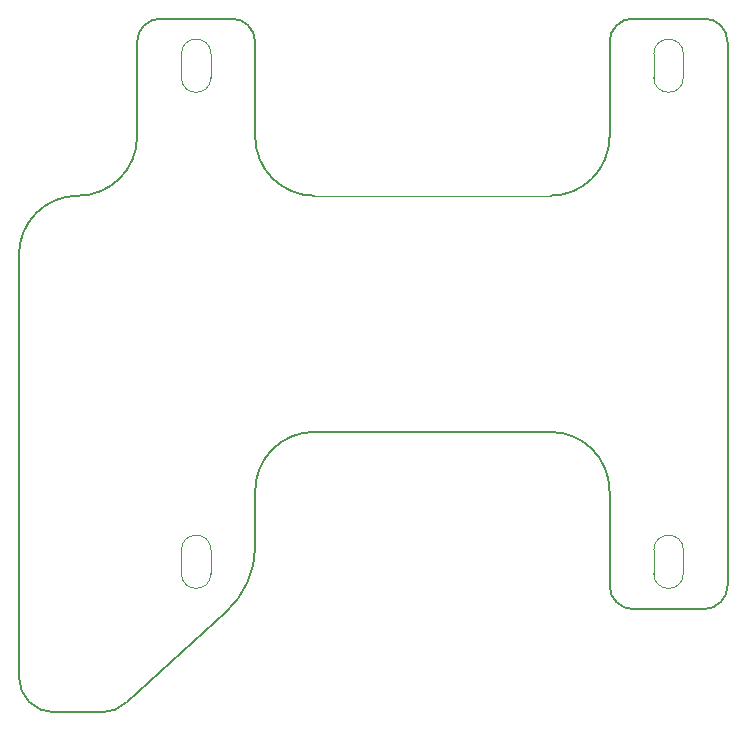
<source format=gbr>
%TF.GenerationSoftware,KiCad,Pcbnew,7.0.10*%
%TF.CreationDate,2024-01-10T06:21:24+05:30*%
%TF.ProjectId,Dashcam,44617368-6361-46d2-9e6b-696361645f70,rev?*%
%TF.SameCoordinates,Original*%
%TF.FileFunction,Profile,NP*%
%FSLAX46Y46*%
G04 Gerber Fmt 4.6, Leading zero omitted, Abs format (unit mm)*
G04 Created by KiCad (PCBNEW 7.0.10) date 2024-01-10 06:21:24*
%MOMM*%
%LPD*%
G01*
G04 APERTURE LIST*
%TA.AperFunction,Profile*%
%ADD10C,0.200000*%
%TD*%
%TA.AperFunction,Profile*%
%ADD11C,0.100000*%
%TD*%
G04 APERTURE END LIST*
D10*
X165900004Y-31500000D02*
X159900004Y-31500000D01*
X112900004Y-46500004D02*
G75*
G03*
X107900004Y-51500000I-4J-4999996D01*
G01*
D11*
X161650000Y-78500000D02*
X161650000Y-76500000D01*
D10*
X107900004Y-51500000D02*
X107900004Y-87250000D01*
D11*
X164150000Y-76500000D02*
G75*
G03*
X161650000Y-76500000I-1250000J0D01*
G01*
D10*
X127900000Y-41500000D02*
G75*
G03*
X132900004Y-46500000I5000000J0D01*
G01*
X119900004Y-31500004D02*
G75*
G03*
X117900004Y-33500000I-4J-1999996D01*
G01*
X159900004Y-31500004D02*
G75*
G03*
X157900004Y-33500000I-4J-1999996D01*
G01*
D11*
X161650000Y-78500000D02*
G75*
G03*
X164150000Y-78500000I1250000J0D01*
G01*
X121650000Y-36500000D02*
G75*
G03*
X124150000Y-36500000I1250000J0D01*
G01*
D10*
X107900004Y-87250000D02*
G75*
G03*
X110900004Y-90249996I2999996J0D01*
G01*
X157900004Y-79500000D02*
X157900004Y-71500000D01*
X125439923Y-81732309D02*
G75*
G03*
X127900004Y-76178072I-5039923J5554209D01*
G01*
X114900004Y-90250003D02*
G75*
G03*
X117021325Y-89371320I-4J3000003D01*
G01*
D11*
X164150000Y-78500000D02*
X164150000Y-76500000D01*
D10*
X112900004Y-46500004D02*
G75*
G03*
X117900004Y-41500000I-4J5000004D01*
G01*
X127900004Y-76178072D02*
X127900004Y-71500000D01*
X119900004Y-31500000D02*
X125900004Y-31500000D01*
D11*
X164150000Y-36500000D02*
X164150000Y-34500000D01*
X121650000Y-36500000D02*
X121650000Y-34500000D01*
D10*
X112900004Y-46500000D02*
X112900004Y-46500000D01*
X167900000Y-33500000D02*
G75*
G03*
X165900004Y-31500000I-2000000J0D01*
G01*
X157900000Y-71500000D02*
G75*
G03*
X152900004Y-66500000I-5000000J0D01*
G01*
X167900004Y-79500000D02*
X167900004Y-66500000D01*
D11*
X124150000Y-36500000D02*
X124150000Y-34500000D01*
D10*
X110900004Y-90250000D02*
X112900004Y-90250000D01*
X117900004Y-41500000D02*
X117900004Y-33500000D01*
X152900004Y-46500004D02*
G75*
G03*
X157900004Y-41500000I-4J5000004D01*
G01*
D11*
X132900004Y-46500000D02*
X152900004Y-46500000D01*
X124150000Y-76500000D02*
G75*
G03*
X121650000Y-76500000I-1250000J0D01*
G01*
D10*
X132900004Y-66500004D02*
G75*
G03*
X127900004Y-71500000I-4J-4999996D01*
G01*
X132900004Y-66500000D02*
X152900004Y-66500000D01*
X157900000Y-79500000D02*
G75*
G03*
X159900004Y-81500000I2000000J0D01*
G01*
X165900004Y-81500000D02*
X159900004Y-81500000D01*
X165900004Y-81500004D02*
G75*
G03*
X167900004Y-79500000I-4J2000004D01*
G01*
D11*
X124150000Y-34500000D02*
G75*
G03*
X121650000Y-34500000I-1250000J0D01*
G01*
D10*
X167900004Y-46500000D02*
X167900004Y-33500000D01*
D11*
X164150000Y-34500000D02*
G75*
G03*
X161650000Y-34500000I-1250000J0D01*
G01*
D10*
X127900000Y-33500000D02*
G75*
G03*
X125900004Y-31500000I-2000000J0D01*
G01*
X125439908Y-81732293D02*
X117021325Y-89371320D01*
D11*
X121650000Y-78500000D02*
G75*
G03*
X124150000Y-78500000I1250000J0D01*
G01*
X124150000Y-78500000D02*
X124150000Y-76500000D01*
X121650000Y-78500000D02*
X121650000Y-76500000D01*
X161650000Y-36500000D02*
X161650000Y-34500000D01*
D10*
X167900004Y-66500000D02*
X167900004Y-46500000D01*
X127900004Y-33500000D02*
X127900004Y-41500000D01*
X112900004Y-90250000D02*
X114900004Y-90250000D01*
X157900004Y-33500000D02*
X157900004Y-41500000D01*
D11*
X161650000Y-36500000D02*
G75*
G03*
X164150000Y-36500000I1250000J0D01*
G01*
M02*

</source>
